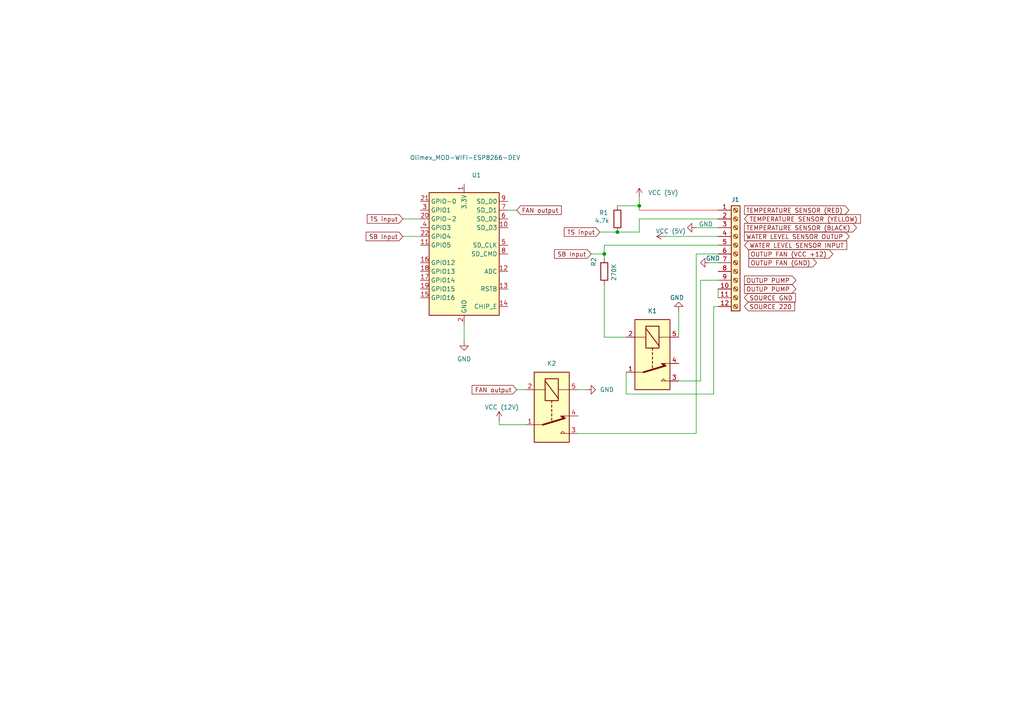
<source format=kicad_sch>
(kicad_sch (version 20231120) (generator "eeschema") (generator_version "8.0")
  (paper "A4")
  (lib_symbols
    (symbol "Connector:Screw_Terminal_01x12" (pin_names (offset 1.016) hide)
      (property "Reference" "J" (at 0 15.24 0))
      (property "Value" "Screw_Terminal_01x12" (at 0 -17.78 0))
      (symbol "Screw_Terminal_01x12_1_1"
        (rectangle (start -1.27 13.97) (end 1.27 -16.51) (stroke (width 0.254)) (fill (type background)))
        (circle (center 0 -15.24) (radius 0.635) (stroke (width 0.1524)))
        (circle (center 0 -12.7) (radius 0.635) (stroke (width 0.1524)))
        (circle (center 0 -10.16) (radius 0.635) (stroke (width 0.1524)))
        (circle (center 0 -7.62) (radius 0.635) (stroke (width 0.1524)))
        (circle (center 0 -5.08) (radius 0.635) (stroke (width 0.1524)))
        (circle (center 0 -2.54) (radius 0.635) (stroke (width 0.1524)))
        (polyline (pts (xy -0.5334 -14.9098) (xy 0.3302 -15.748)) (stroke (width 0.1524)))
        (polyline (pts (xy -0.5334 -12.3698) (xy 0.3302 -13.208)) (stroke (width 0.1524)))
        (polyline (pts (xy -0.5334 -9.8298) (xy 0.3302 -10.668)) (stroke (width 0.1524)))
        (polyline (pts (xy -0.5334 -7.2898) (xy 0.3302 -8.128)) (stroke (width 0.1524)))
        (polyline (pts (xy -0.5334 -4.7498) (xy 0.3302 -5.588)) (stroke (width 0.1524)))
        (polyline (pts (xy -0.5334 -2.2098) (xy 0.3302 -3.048)) (stroke (width 0.1524)))
        (polyline (pts (xy -0.5334 0.3302) (xy 0.3302 -0.508)) (stroke (width 0.1524)))
        (polyline (pts (xy -0.5334 2.8702) (xy 0.3302 2.032)) (stroke (width 0.1524)))
        (polyline (pts (xy -0.5334 5.4102) (xy 0.3302 4.572)) (stroke (width 0.1524)))
        (polyline (pts (xy -0.5334 7.9502) (xy 0.3302 7.112)) (stroke (width 0.1524)))
        (polyline (pts (xy -0.5334 10.4902) (xy 0.3302 9.652)) (stroke (width 0.1524)))
        (polyline (pts (xy -0.5334 13.0302) (xy 0.3302 12.192)) (stroke (width 0.1524)))
        (polyline (pts (xy -0.3556 -14.732) (xy 0.508 -15.5702)) (stroke (width 0.1524)))
        (polyline (pts (xy -0.3556 -12.192) (xy 0.508 -13.0302)) (stroke (width 0.1524)))
        (polyline (pts (xy -0.3556 -9.652) (xy 0.508 -10.4902)) (stroke (width 0.1524)))
        (polyline (pts (xy -0.3556 -7.112) (xy 0.508 -7.9502)) (stroke (width 0.1524)))
        (polyline (pts (xy -0.3556 -4.572) (xy 0.508 -5.4102)) (stroke (width 0.1524)))
        (polyline (pts (xy -0.3556 -2.032) (xy 0.508 -2.8702)) (stroke (width 0.1524)))
        (polyline (pts (xy -0.3556 0.508) (xy 0.508 -0.3302)) (stroke (width 0.1524)))
        (polyline (pts (xy -0.3556 3.048) (xy 0.508 2.2098)) (stroke (width 0.1524)))
        (polyline (pts (xy -0.3556 5.588) (xy 0.508 4.7498)) (stroke (width 0.1524)))
        (polyline (pts (xy -0.3556 8.128) (xy 0.508 7.2898)) (stroke (width 0.1524)))
        (polyline (pts (xy -0.3556 10.668) (xy 0.508 9.8298)) (stroke (width 0.1524)))
        (polyline (pts (xy -0.3556 13.208) (xy 0.508 12.3698)) (stroke (width 0.1524)))
        (circle (center 0 0) (radius 0.635) (stroke (width 0.1524)))
        (circle (center 0 2.54) (radius 0.635) (stroke (width 0.1524)))
        (circle (center 0 5.08) (radius 0.635) (stroke (width 0.1524)))
        (circle (center 0 7.62) (radius 0.635) (stroke (width 0.1524)))
        (circle (center 0 10.16) (radius 0.635) (stroke (width 0.1524)))
        (circle (center 0 12.7) (radius 0.635) (stroke (width 0.1524)))
        (pin passive line (at -5.08 12.7 0) (length 3.81) (name "Pin_1") (number "1"))
        (pin passive line (at -5.08 -10.16 0) (length 3.81) (name "Pin_10") (number "10"))
        (pin passive line (at -5.08 -12.7 0) (length 3.81) (name "Pin_11") (number "11"))
        (pin passive line (at -5.08 -15.24 0) (length 3.81) (name "Pin_12") (number "12"))
        (pin passive line (at -5.08 10.16 0) (length 3.81) (name "Pin_2") (number "2"))
        (pin passive line (at -5.08 7.62 0) (length 3.81) (name "Pin_3") (number "3"))
        (pin passive line (at -5.08 5.08 0) (length 3.81) (name "Pin_4") (number "4"))
        (pin passive line (at -5.08 2.54 0) (length 3.81) (name "Pin_5") (number "5"))
        (pin passive line (at -5.08 0 0) (length 3.81) (name "Pin_6") (number "6"))
        (pin passive line (at -5.08 -2.54 0) (length 3.81) (name "Pin_7") (number "7"))
        (pin passive line (at -5.08 -5.08 0) (length 3.81) (name "Pin_8") (number "8"))
        (pin passive line (at -5.08 -7.62 0) (length 3.81) (name "Pin_9") (number "9"))
      )
    )
    (symbol "Device:R" (pin_numbers hide) (pin_names (offset 0))
      (property "Reference" "R" (at 2.032 0 90))
      (property "Value" "R" (at 0 0 90))
      (symbol "R_0_1"
        (rectangle (start -1.016 -2.54) (end 1.016 2.54) (stroke (width 0.254)))
      )
      (symbol "R_1_1"
        (pin passive line (at 0 3.81 270) (length 1.27) (name "~") (number "1"))
        (pin passive line (at 0 -3.81 90) (length 1.27) (name "~") (number "2"))
      )
    )
    (symbol "MCU_Module:Olimex_MOD-WIFI-ESP8266-DEV"
      (property "Reference" "U" (at 1.27 21.59 0))
      (property "Value" "Olimex_MOD-WIFI-ESP8266-DEV" (at 1.27 19.05 0))
      (symbol "Olimex_MOD-WIFI-ESP8266-DEV_0_1"
        (rectangle (start -10.16 17.78) (end 10.16 -17.78) (stroke (width 0.254)) (fill (type background)))
      )
      (symbol "Olimex_MOD-WIFI-ESP8266-DEV_1_1"
        (pin power_in line (at 0 20.32 270) (length 2.54) (name "3.3V") (number "1"))
        (pin unspecified line (at 12.7 7.62 180) (length 2.54) (name "SD_D3") (number "10"))
        (pin bidirectional line (at -12.7 2.54 0) (length 2.54) (name "GPIO5") (number "11"))
        (pin unspecified line (at 12.7 -5.08 180) (length 2.54) (name "ADC") (number "12"))
        (pin input line (at 12.7 -10.16 180) (length 2.54) (name "RSTB") (number "13"))
        (pin unspecified line (at 12.7 -15.24 180) (length 2.54) (name "CHIP_E") (number "14"))
        (pin bidirectional line (at -12.7 -12.7 0) (length 2.54) (name "GPIO16") (number "15"))
        (pin bidirectional line (at -12.7 -2.54 0) (length 2.54) (name "GPIO12") (number "16"))
        (pin bidirectional line (at -12.7 -7.62 0) (length 2.54) (name "GPIO14") (number "17"))
        (pin bidirectional line (at -12.7 -5.08 0) (length 2.54) (name "GPIO13") (number "18"))
        (pin bidirectional line (at -12.7 -10.16 0) (length 2.54) (name "GPIO15") (number "19"))
        (pin power_in line (at 0 -20.32 90) (length 2.54) (name "GND") (number "2"))
        (pin bidirectional line (at -12.7 10.16 0) (length 2.54) (name "GPIO-2") (number "20"))
        (pin bidirectional line (at -12.7 15.24 0) (length 2.54) (name "GPIO-0") (number "21"))
        (pin bidirectional line (at -12.7 5.08 0) (length 2.54) (name "GPIO4") (number "22"))
        (pin bidirectional line (at -12.7 12.7 0) (length 2.54) (name "GPIO1") (number "3"))
        (pin bidirectional line (at -12.7 7.62 0) (length 2.54) (name "GPIO3") (number "4"))
        (pin unspecified line (at 12.7 2.54 180) (length 2.54) (name "SD_CLK") (number "5"))
        (pin unspecified line (at 12.7 10.16 180) (length 2.54) (name "SD_D2") (number "6"))
        (pin unspecified line (at 12.7 12.7 180) (length 2.54) (name "SD_D1") (number "7"))
        (pin unspecified line (at 12.7 0 180) (length 2.54) (name "SD_CMD") (number "8"))
        (pin unspecified line (at 12.7 15.24 180) (length 2.54) (name "SD_D0") (number "9"))
      )
    )
    (symbol "Relay:SANYOU_SRD_Form_C"
      (property "Reference" "K" (at 11.43 3.81 0))
      (property "Value" "SANYOU_SRD_Form_C" (at 11.43 1.27 0))
      (symbol "SANYOU_SRD_Form_C_0_0"
        (polyline (pts (xy 7.62 5.08) (xy 7.62 2.54) (xy 6.985 3.175) (xy 7.62 3.81)))
      )
      (symbol "SANYOU_SRD_Form_C_0_1"
        (rectangle (start -10.16 5.08) (end 10.16 -5.08) (stroke (width 0.254)) (fill (type background)))
        (rectangle (start -8.255 1.905) (end -1.905 -1.905) (stroke (width 0.254)))
        (polyline (pts (xy -7.62 -1.905) (xy -2.54 1.905)) (stroke (width 0.254)))
        (polyline (pts (xy -5.08 -5.08) (xy -5.08 -1.905)))
        (polyline (pts (xy -5.08 5.08) (xy -5.08 1.905)))
        (polyline (pts (xy -1.905 0) (xy -1.27 0)) (stroke (width 0.254)))
        (polyline (pts (xy -0.635 0) (xy 0 0)) (stroke (width 0.254)))
        (polyline (pts (xy 0.635 0) (xy 1.27 0)) (stroke (width 0.254)))
        (polyline (pts (xy 1.905 0) (xy 2.54 0)) (stroke (width 0.254)))
        (polyline (pts (xy 3.175 0) (xy 3.81 0)) (stroke (width 0.254)))
        (polyline (pts (xy 5.08 -2.54) (xy 3.175 3.81)) (stroke (width 0.508)))
        (polyline (pts (xy 5.08 -2.54) (xy 5.08 -5.08)))
      )
      (symbol "SANYOU_SRD_Form_C_1_1"
        (polyline (pts (xy 2.54 3.81) (xy 3.175 3.175) (xy 2.54 2.54) (xy 2.54 5.08)) (fill (type outline)))
        (pin passive line (at 5.08 -7.62 90) (length 2.54) (name "~") (number "1"))
        (pin passive line (at -5.08 -7.62 90) (length 2.54) (name "~") (number "2"))
        (pin passive line (at 7.62 7.62 270) (length 2.54) (name "~") (number "3"))
        (pin passive line (at 2.54 7.62 270) (length 2.54) (name "~") (number "4"))
        (pin passive line (at -5.08 7.62 270) (length 2.54) (name "~") (number "5"))
      )
    )
    (symbol "power:GND" (power) (pin_numbers hide) (pin_names (offset 0) hide)
      (property "Value" "GND" (at 0 -3.81 0))
      (symbol "GND_0_1"
        (polyline (pts (xy 0 0) (xy 0 -1.27) (xy 1.27 -1.27) (xy 0 -2.54) (xy -1.27 -1.27) (xy 0 -1.27)))
      )
      (symbol "GND_1_1"
        (pin power_in line (at 0 0 270) (length 0) (name "~") (number "1"))
      )
    )
    (symbol "power:VCC" (power) (pin_numbers hide) (pin_names (offset 0) hide)
      (property "Value" "VCC" (at 0 3.556 0))
      (symbol "VCC_0_1"
        (polyline (pts (xy -0.762 1.27) (xy 0 2.54)))
        (polyline (pts (xy 0 0) (xy 0 2.54)))
        (polyline (pts (xy 0 2.54) (xy 0.762 1.27)))
      )
      (symbol "VCC_1_1"
        (pin power_in line (at 0 0 90) (length 0) (name "~") (number "1"))
      )
    )
  )
  (junction (at 179.07 67.31))
  (junction (at 175.26 73.66))
  (junction (at 185.42 59.69))
  (wire (pts (xy 175.26 97.79) (xy 181.61 97.79)))
  (wire (pts (xy 116.84 63.5) (xy 121.92 63.5)))
  (wire (pts (xy 149.86 113.03) (xy 152.4 113.03)))
  (wire (pts (xy 185.42 60.96) (xy 208.28 60.96)) (stroke (width 0) (color 255 36 17 1)))
  (wire (pts (xy 203.2 81.28) (xy 208.28 81.28)))
  (wire (pts (xy 167.64 125.73) (xy 201.93 125.73)))
  (wire (pts (xy 147.32 60.96) (xy 149.86 60.96)))
  (wire (pts (xy 175.26 71.12) (xy 175.26 73.66)))
  (wire (pts (xy 171.45 73.66) (xy 175.26 73.66)))
  (wire (pts (xy 201.93 73.66) (xy 201.93 125.73)))
  (wire (pts (xy 167.64 113.03) (xy 170.18 113.03)))
  (wire (pts (xy 208.28 83.82) (xy 208.28 86.36)))
  (wire (pts (xy 201.93 66.04) (xy 208.28 66.04)))
  (wire (pts (xy 207.01 114.3) (xy 207.01 88.9)))
  (wire (pts (xy 173.99 67.31) (xy 179.07 67.31)))
  (wire (pts (xy 144.78 123.19) (xy 152.4 123.19)))
  (wire (pts (xy 196.85 90.17) (xy 196.85 97.79)))
  (wire (pts (xy 185.42 57.15) (xy 185.42 59.69)))
  (wire (pts (xy 203.2 110.49) (xy 196.85 110.49)))
  (wire (pts (xy 185.42 63.5) (xy 208.28 63.5)))
  (wire (pts (xy 207.01 88.9) (xy 208.28 88.9)))
  (wire (pts (xy 179.07 59.69) (xy 185.42 59.69)))
  (wire (pts (xy 116.84 68.58) (xy 121.92 68.58)))
  (wire (pts (xy 185.42 67.31) (xy 179.07 67.31)))
  (wire (pts (xy 205.74 76.2) (xy 208.28 76.2)))
  (wire (pts (xy 175.26 71.12) (xy 208.28 71.12)))
  (wire (pts (xy 185.42 59.69) (xy 185.42 60.96)))
  (wire (pts (xy 181.61 114.3) (xy 181.61 107.95)))
  (wire (pts (xy 181.61 114.3) (xy 207.01 114.3)))
  (wire (pts (xy 193.04 68.58) (xy 208.28 68.58)))
  (wire (pts (xy 201.93 73.66) (xy 208.28 73.66)))
  (wire (pts (xy 175.26 82.55) (xy 175.26 97.79)))
  (wire (pts (xy 134.62 93.98) (xy 134.62 99.06)))
  (wire (pts (xy 203.2 81.28) (xy 203.2 110.49)))
  (wire (pts (xy 185.42 63.5) (xy 185.42 67.31)))
  (wire (pts (xy 144.78 121.92) (xy 144.78 123.19)))
  (wire (pts (xy 175.26 73.66) (xy 175.26 74.93)))
  (global_label "OUTUP PUMP" (shape output) (at 215.9 83.82 0) (property "Intersheetrefs" "${INTERSHEET_REFS}" (effects (hide yes))))
  (global_label "SOURCE GND" (shape input) (at 215.9 86.36 0) (property "Intersheetrefs" "${INTERSHEET_REFS}" (effects (hide yes))))
  (global_label "TS input" (shape input) (at 116.84 63.5 180) (property "Intersheetrefs" "${INTERSHEET_REFS}" (effects (hide yes))))
  (global_label "SB Input" (shape input) (at 171.45 73.66 180) (property "Intersheetrefs" "${INTERSHEET_REFS}" (effects (hide yes))))
  (global_label "OUTUP FAN (VCC +12)" (shape output) (at 217.17 73.66 0) (property "Intersheetrefs" "${INTERSHEET_REFS}" (effects (hide yes))))
  (global_label "OUTUP FAN (GND)" (shape output) (at 217.17 76.2 0) (property "Intersheetrefs" "${INTERSHEET_REFS}" (effects (hide yes))))
  (global_label "SB Input" (shape input) (at 116.84 68.58 180) (property "Intersheetrefs" "${INTERSHEET_REFS}" (effects (hide yes))))
  (global_label "WATER LEVEL SENSOR INPUT" (shape input) (at 215.9 71.12 0) (property "Intersheetrefs" "${INTERSHEET_REFS}" (effects (hide yes))))
  (global_label "TEMPERATURE SENSOR (RED)" (shape output) (at 215.9 60.96 0) (property "Intersheetrefs" "${INTERSHEET_REFS}" (effects (hide yes))))
  (global_label "FAN output" (shape input) (at 149.86 113.03 180) (property "Intersheetrefs" "${INTERSHEET_REFS}" (effects (hide yes))))
  (global_label "TEMPERATURE SENSOR (BLACK)" (shape output) (at 215.9 66.04 0) (property "Intersheetrefs" "${INTERSHEET_REFS}" (effects (hide yes))))
  (global_label "SOURCE 220" (shape input) (at 215.9 88.9 0) (property "Intersheetrefs" "${INTERSHEET_REFS}" (effects (hide yes))))
  (global_label "TS input" (shape input) (at 173.99 67.31 180) (property "Intersheetrefs" "${INTERSHEET_REFS}" (effects (hide yes))))
  (global_label "OUTUP PUMP" (shape output) (at 215.9 81.28 0) (property "Intersheetrefs" "${INTERSHEET_REFS}" (effects (hide yes))))
  (global_label "FAN output" (shape input) (at 149.86 60.96 0) (property "Intersheetrefs" "${INTERSHEET_REFS}" (effects (hide yes))))
  (global_label "TEMPERATURE SENSOR (YELLOW)" (shape input) (at 215.9 63.5 0) (property "Intersheetrefs" "${INTERSHEET_REFS}" (effects (hide yes))))
  (global_label "WATER LEVEL SENSOR OUTUP" (shape output) (at 215.9 68.58 0) (property "Intersheetrefs" "${INTERSHEET_REFS}" (effects (hide yes))))
  (symbol (lib_id "Connector:Screw_Terminal_01x12") (at 213.36 73.66 0) (unit 1)
    (property "Reference" "J1" (at 212.09 57.912 0) (effects (justify left)))
    (property "Value" "Output terminal" (effects (hide yes)))
    (property "Description" "Generic screw terminal, single row, 01x12, script generated (kicad-library-utils/schlib/autogen/connector/)" (effects (hide yes)))
  )
  (symbol (lib_id "power:VCC") (at 185.42 57.15 0) (unit 1)
    (property "Reference" "#PWR03" (effects (hide yes)))
    (property "Value" "VCC (5V)" (at 187.96 55.8799 0) (effects (justify left)))
    (property "Description" "Power symbol creates a global label with name \"VCC\"" (effects (hide yes)))
  )
  (symbol (lib_id "Device:R") (at 175.26 78.74 0) (unit 1)
    (property "Reference" "R2" (at 172.212 75.946 90))
    (property "Value" "270K" (at 178.054 78.994 90))
    (property "Description" "Resistor" (effects (hide yes)))
  )
  (symbol (lib_id "power:GND") (at 170.18 113.03 90) (unit 1)
    (property "Reference" "#PWR07" (effects (hide yes)))
    (property "Value" "GND" (at 173.99 113.0299 90) (effects (justify right)))
    (property "Description" "Power symbol creates a global label with name \"GND\" , ground" (effects (hide yes)))
  )
  (symbol (lib_id "power:VCC") (at 144.78 121.92 0) (unit 1)
    (property "Reference" "#PWR08" (effects (hide yes)))
    (property "Value" "VCC (12V)" (at 145.542 118.11 0))
    (property "Description" "Power symbol creates a global label with name \"VCC\"" (effects (hide yes)))
  )
  (symbol (lib_id "power:GND") (at 205.74 76.2 270) (unit 1)
    (property "Reference" "#PWR06" (effects (hide yes)))
    (property "Value" "GND" (at 206.756 74.93 90))
    (property "Description" "Power symbol creates a global label with name \"GND\" , ground" (effects (hide yes)))
  )
  (symbol (lib_id "Relay:SANYOU_SRD_Form_C") (at 189.23 102.87 270) (unit 1)
    (property "Reference" "K1" (at 189.23 90.17 90))
    (property "Value" "SANYOU_SRD_Form_C" (effects (hide yes)))
    (property "Footprint" "Relay_THT:Relay_SPDT_SANYOU_SRD_Series_Form_C" (effects (hide yes)))
    (property "Datasheet" "http://www.sanyourelay.ca/public/products/pdf/SRD.pdf" (effects (hide yes)))
    (property "Description" "Sanyo SRD relay, Single Pole Miniature Power Relay," (effects (hide yes)))
  )
  (symbol (lib_id "MCU_Module:Olimex_MOD-WIFI-ESP8266-DEV") (at 134.62 73.66 0) (unit 1)
    (property "Reference" "U1" (at 136.8141 50.8 0) (effects (justify left)))
    (property "Value" "Olimex_MOD-WIFI-ESP8266-DEV" (at 118.872 45.72 0) (effects (justify left)))
    (property "Footprint" "Module:Olimex_MOD-WIFI-ESP8266-DEV" (effects (hide yes)))
    (property "Datasheet" "https://raw.githubusercontent.com/OLIMEX/ESP8266/master/HARDWARE/MOD-WIFI-ESP8266-DEV/MOD-WiFi-ESP8266-DEV%20revision%20B2/MOD-WiFi-ESP8266-DEV_Rev_B2.pdf" (effects (hide yes)))
    (property "Description" "ESP8266 development board" (effects (hide yes)))
  )
  (symbol (lib_id "Device:R") (at 179.07 63.5 0) (unit 1)
    (property "Reference" "R1" (at 173.736 61.722 0) (effects (justify left)))
    (property "Value" "4.7k" (at 172.466 64.008 0) (effects (justify left)))
    (property "Description" "Resistor" (effects (hide yes)))
  )
  (symbol (lib_id "power:GND") (at 196.85 90.17 180) (unit 1)
    (property "Reference" "#PWR05" (effects (hide yes)))
    (property "Value" "GND" (at 196.342 86.36 0))
    (property "Description" "Power symbol creates a global label with name \"GND\" , ground" (effects (hide yes)))
  )
  (symbol (lib_id "Relay:SANYOU_SRD_Form_C") (at 160.02 118.11 270) (unit 1)
    (property "Reference" "K2" (at 160.02 105.41 90))
    (property "Value" "SANYOU_SRD_Form_C" (effects (hide yes)))
    (property "Footprint" "Relay_THT:Relay_SPDT_SANYOU_SRD_Series_Form_C" (effects (hide yes)))
    (property "Datasheet" "http://www.sanyourelay.ca/public/products/pdf/SRD.pdf" (effects (hide yes)))
    (property "Description" "Sanyo SRD relay, Single Pole Miniature Power Relay," (effects (hide yes)))
  )
  (symbol (lib_id "power:GND") (at 134.62 99.06 0) (unit 1)
    (property "Reference" "#PWR01" (effects (hide yes)))
    (property "Value" "GND" (at 134.62 104.14 0))
    (property "Description" "Power symbol creates a global label with name \"GND\" , ground" (effects (hide yes)))
  )
  (symbol (lib_id "power:VCC") (at 193.04 68.58 90) (unit 1)
    (property "Reference" "#PWR04" (effects (hide yes)))
    (property "Value" "VCC (5V)" (at 194.564 67.056 90))
    (property "Description" "Power symbol creates a global label with name \"VCC\"" (effects (hide yes)))
  )
  (symbol (lib_id "power:GND") (at 201.93 66.04 270) (unit 1)
    (property "Reference" "#PWR02" (effects (hide yes)))
    (property "Value" "GND" (at 204.724 65.024 90))
    (property "Description" "Power symbol creates a global label with name \"GND\" , ground" (effects (hide yes)))
  )
)
</source>
